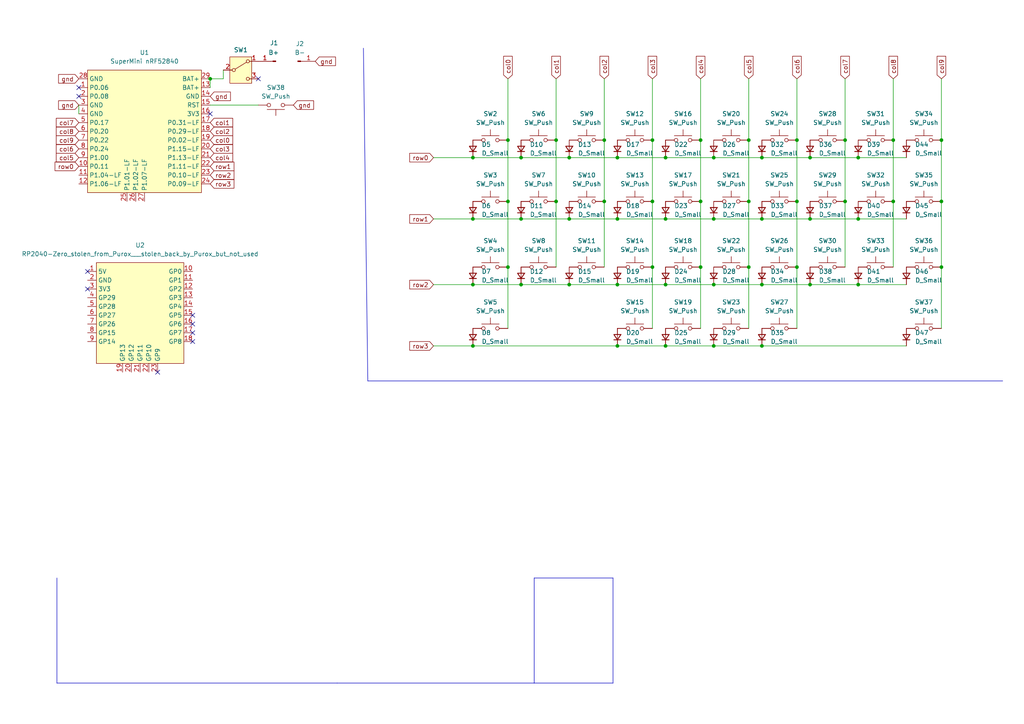
<source format=kicad_sch>
(kicad_sch (version 20250114) (generator "eeschema") (generator_version "9.0")
  (paper "A4")
  (lib_symbols
    (symbol "Connector:Conn_01x01_Pin" (pin_names (offset 1.016) (hide yes))
      (property "Reference" "J" (at 0 2.54 0))
      (property "Value" "Conn_01x01_Pin" (at 0 -2.54 0))
      (symbol "Conn_01x01_Pin_1_1"
        (rectangle (start 0.8636 0.127) (end 0 -0.127) (stroke (width 0.1524)) (fill (type outline)))
        (polyline (pts (xy 1.27 0) (xy 0.8636 0)) (stroke (width 0.1524)))
        (pin passive line (at 5.08 0 180) (length 3.81) (name "Pin_1") (number "1"))
      )
    )
    (symbol "PCM_marbastlib-promicroish:SuperMini_nRF52840" (in_bom no)
      (property "Reference" "U" (at 0 22.86 0))
      (property "Value" "SuperMini nRF52840" (at 0 20.32 0))
      (symbol "SuperMini_nRF52840_0_0"
        (pin bidirectional line (at -19.05 13.97 0) (length 2.54) (name "P0.06") (number "1"))
        (pin bidirectional line (at -19.05 11.43 0) (length 2.54) (name "P0.08") (number "2"))
        (pin power_out line (at -19.05 8.89 0) (length 2.54) (name "GND") (number "3"))
        (pin power_out line (at -19.05 6.35 0) (length 2.54) (name "GND") (number "4"))
        (pin bidirectional line (at -19.05 3.81 0) (length 2.54) (name "P0.17") (number "5"))
        (pin bidirectional line (at -19.05 1.27 0) (length 2.54) (name "P0.20") (number "6"))
        (pin bidirectional line (at -19.05 -1.27 0) (length 2.54) (name "P0.22") (number "7"))
        (pin bidirectional line (at -19.05 -3.81 0) (length 2.54) (name "P0.24") (number "8"))
        (pin bidirectional line (at -19.05 -6.35 0) (length 2.54) (name "P1.00") (number "9"))
        (pin bidirectional line (at -19.05 -8.89 0) (length 2.54) (name "P0.11") (number "10"))
        (pin bidirectional line (at -19.05 -11.43 0) (length 2.54) (name "P1.04-LF") (number "11"))
        (pin bidirectional line (at -19.05 -13.97 0) (length 2.54) (name "P1.06-LF") (number "12"))
        (pin power_out line (at 19.05 11.43 180) (length 2.54) (name "GND") (number "14"))
        (pin bidirectional line (at 19.05 8.89 180) (length 2.54) (name "RST") (number "15"))
        (pin bidirectional line (at 19.05 3.81 180) (length 2.54) (name "P0.31-LF") (number "17"))
        (pin bidirectional line (at 19.05 1.27 180) (length 2.54) (name "P0.29-LF") (number "18"))
        (pin bidirectional line (at 19.05 -1.27 180) (length 2.54) (name "P0.02-LF") (number "19"))
        (pin bidirectional line (at 19.05 -3.81 180) (length 2.54) (name "P1.15-LF") (number "20"))
        (pin bidirectional line (at 19.05 -6.35 180) (length 2.54) (name "P1.13-LF") (number "21"))
        (pin bidirectional line (at 19.05 -8.89 180) (length 2.54) (name "P1.11-LF") (number "22"))
        (pin bidirectional line (at 19.05 -13.97 180) (length 2.54) (name "P0.09-LF") (number "24"))
      )
      (symbol "SuperMini_nRF52840_1_0"
        (pin power_out line (at -19.05 16.51 0) (length 2.54) (name "GND") (number "28"))
        (pin bidirectional line (at -5.08 -19.05 90) (length 2.54) (name "P1.01-LF") (number "25"))
        (pin bidirectional line (at -2.54 -19.05 90) (length 2.54) (name "P1.02-LF") (number "26"))
        (pin bidirectional line (at 0 -19.05 90) (length 2.54) (name "P1.07-LF") (number "27"))
        (pin power_out line (at 19.05 16.51 180) (length 2.54) (name "BAT+") (number "29"))
        (pin power_out line (at 19.05 13.97 180) (length 2.54) (name "BAT+") (number "13"))
        (pin power_out line (at 19.05 6.35 180) (length 2.54) (name "3V3") (number "16"))
        (pin bidirectional line (at 19.05 -11.43 180) (length 2.54) (name "P0.10-LF") (number "23"))
      )
      (symbol "SuperMini_nRF52840_1_1"
        (rectangle (start -16.51 19.05) (end 16.51 -16.51) (fill (type background)))
      )
    )
    (symbol "Switch:SW_Push" (pin_numbers (hide yes)) (pin_names (offset 1.016) (hide yes))
      (property "Reference" "SW" (at 1.27 2.54 0))
      (property "Value" "SW_Push" (at 0 -1.524 0))
      (symbol "SW_Push_0_1"
        (circle (center -2.032 0) (radius 0.508))
        (polyline (pts (xy 0 1.27) (xy 0 3.048)))
        (circle (center 2.032 0) (radius 0.508))
        (polyline (pts (xy 2.54 1.27) (xy -2.54 1.27)))
        (pin passive line (at -5.08 0 0) (length 2.54) (name "1") (number "1"))
        (pin passive line (at 5.08 0 180) (length 2.54) (name "2") (number "2"))
      )
    )
    (symbol "Switch:SW_SPDT" (pin_names (offset 0) (hide yes))
      (property "Reference" "SW" (at 0 5.08 0))
      (property "Value" "SW_SPDT" (at 0 -5.08 0))
      (symbol "SW_SPDT_0_1"
        (circle (center -2.032 0) (radius 0.4572))
        (polyline (pts (xy -1.651 0.254) (xy 1.651 2.286)))
        (circle (center 2.032 2.54) (radius 0.4572))
        (circle (center 2.032 -2.54) (radius 0.4572))
      )
      (symbol "SW_SPDT_1_1"
        (rectangle (start -3.175 3.81) (end 3.175 -3.81) (fill (type background)))
        (pin passive line (at -5.08 0 0) (length 2.54) (name "B") (number "2"))
        (pin passive line (at 5.08 2.54 180) (length 2.54) (name "A") (number "1"))
        (pin passive line (at 5.08 -2.54 180) (length 2.54) (name "C") (number "3"))
      )
    )
    (symbol "TheEndgame2024:D_Small" (pin_numbers (hide yes)) (pin_names (offset 0.254) (hide yes))
      (property "Reference" "D28" (at 2.54 1.2701 90))
      (property "Value" "D_Small" (at 2.54 -1.2699 90))
      (symbol "D_Small_0_1"
        (polyline (pts (xy -0.762 0) (xy 0.762 0)))
        (polyline (pts (xy -0.762 -1.016) (xy -0.762 1.016)) (stroke (width 0.254)))
        (polyline (pts (xy 0.762 -1.016) (xy -0.762 0) (xy 0.762 1.016) (xy 0.762 -1.016)) (stroke (width 0.254)))
      )
      (symbol "D_Small_1_1"
        (pin passive line (at -2.54 0 0) (length 1.778) (name "K") (number "1"))
        (pin passive line (at 2.54 0 180) (length 1.778) (name "A") (number "2"))
      )
    )
    (symbol "TheEndgame2024:RP2040-Zero_stolen_from_Purox"
      (property "Reference" "U2" (at 0 12.7 0))
      (property "Value" "RP2040-Zero_stolen_from_Purox" (at 0 10.16 0))
      (symbol "RP2040-Zero_stolen_from_Purox_0_1"
        (rectangle (start -12.7 7.62) (end 12.7 -21.59) (fill (type background)))
      )
      (symbol "RP2040-Zero_stolen_from_Purox_1_1"
        (pin power_in line (at -15.24 5.08 0) (length 2.54) (name "5V") (number "1"))
        (pin power_in line (at -15.24 2.54 0) (length 2.54) (name "GND") (number "2"))
        (pin power_in line (at -15.24 0 0) (length 2.54) (name "3V3") (number "3"))
        (pin bidirectional line (at -15.24 -2.54 0) (length 2.54) (name "GP29") (number "4"))
        (pin bidirectional line (at -15.24 -5.08 0) (length 2.54) (name "GP28") (number "5"))
        (pin bidirectional line (at -15.24 -7.62 0) (length 2.54) (name "GP27") (number "6"))
        (pin bidirectional line (at -15.24 -10.16 0) (length 2.54) (name "GP26") (number "7"))
        (pin bidirectional line (at -15.24 -12.7 0) (length 2.54) (name "GP15") (number "8"))
        (pin bidirectional line (at -15.24 -15.24 0) (length 2.54) (name "GP14") (number "9"))
        (pin bidirectional line (at -5.08 -24.13 90) (length 2.54) (name "GP13") (number "19"))
        (pin bidirectional line (at -2.54 -24.13 90) (length 2.54) (name "GP12") (number "20"))
        (pin bidirectional line (at 0 -24.13 90) (length 2.54) (name "GP11") (number "21"))
        (pin bidirectional line (at 2.54 -24.13 90) (length 2.54) (name "GP10") (number "22"))
        (pin bidirectional line (at 5.08 -24.13 90) (length 2.54) (name "GP9") (number "23"))
        (pin bidirectional line (at 15.24 5.08 180) (length 2.54) (name "GP0") (number "10"))
        (pin bidirectional line (at 15.24 2.54 180) (length 2.54) (name "GP1") (number "11"))
        (pin bidirectional line (at 15.24 0 180) (length 2.54) (name "GP2") (number "12"))
        (pin bidirectional line (at 15.24 -2.54 180) (length 2.54) (name "GP3") (number "13"))
        (pin bidirectional line (at 15.24 -5.08 180) (length 2.54) (name "GP4") (number "14"))
        (pin bidirectional line (at 15.24 -7.62 180) (length 2.54) (name "GP5") (number "15"))
        (pin bidirectional line (at 15.24 -10.16 180) (length 2.54) (name "GP6") (number "16"))
        (pin bidirectional line (at 15.24 -12.7 180) (length 2.54) (name "GP7") (number "17"))
        (pin bidirectional line (at 15.24 -15.24 180) (length 2.54) (name "GP8") (number "18"))
      )
    )
    (symbol "TheEndgame2024:SW_Push" (pin_numbers (hide yes)) (pin_names (offset 1.016) (hide yes))
      (property "Reference" "SW35" (at 0 7.62 0))
      (property "Value" "SW_Push" (at 0 5.08 0))
      (symbol "SW_Push_0_1"
        (circle (center -2.032 0) (radius 0.508))
        (polyline (pts (xy 0 1.27) (xy 0 3.048)))
        (circle (center 2.032 0) (radius 0.508))
        (polyline (pts (xy 2.54 1.27) (xy -2.54 1.27)))
        (pin passive line (at -5.08 0 0) (length 2.54) (name "1") (number "1"))
        (pin passive line (at 5.08 0 180) (length 2.54) (name "2") (number "2"))
      )
    )
  )
  (junction (at 137.16 100.33))
  (junction (at 231.14 77.47))
  (junction (at 231.14 40.64))
  (junction (at 234.95 45.72))
  (junction (at 189.23 58.42))
  (junction (at 217.17 77.47))
  (junction (at 259.08 40.64))
  (junction (at 161.29 58.42))
  (junction (at 203.2 77.47))
  (junction (at 193.04 82.55))
  (junction (at 175.26 40.64))
  (junction (at 259.08 58.42))
  (junction (at 234.95 82.55))
  (junction (at 137.16 45.72))
  (junction (at 207.01 100.33))
  (junction (at 203.2 40.64))
  (junction (at 231.14 58.42))
  (junction (at 248.92 45.72))
  (junction (at 193.04 45.72))
  (junction (at 165.1 82.55))
  (junction (at 151.13 82.55))
  (junction (at 273.05 40.64))
  (junction (at 193.04 63.5))
  (junction (at 147.32 58.42))
  (junction (at 220.98 63.5))
  (junction (at 165.1 63.5))
  (junction (at 217.17 40.64))
  (junction (at 179.07 82.55))
  (junction (at 137.16 63.5))
  (junction (at 248.92 82.55))
  (junction (at 207.01 45.72))
  (junction (at 207.01 82.55))
  (junction (at 234.95 63.5))
  (junction (at 165.1 45.72))
  (junction (at 189.23 40.64))
  (junction (at 203.2 58.42))
  (junction (at 273.05 77.47))
  (junction (at 273.05 58.42))
  (junction (at 189.23 77.47))
  (junction (at 179.07 45.72))
  (junction (at 193.04 100.33))
  (junction (at 147.32 40.64))
  (junction (at 147.32 77.47))
  (junction (at 151.13 45.72))
  (junction (at 137.16 82.55))
  (junction (at 175.26 58.42))
  (junction (at 179.07 63.5))
  (junction (at 220.98 82.55))
  (junction (at 245.11 58.42))
  (junction (at 207.01 63.5))
  (junction (at 217.17 58.42))
  (junction (at 248.92 63.5))
  (junction (at 161.29 40.64))
  (junction (at 245.11 40.64))
  (junction (at 60.96 22.86))
  (junction (at 220.98 45.72))
  (junction (at 151.13 63.5))
  (junction (at 220.98 100.33))
  (junction (at 179.07 100.33))
  (no_connect (at 25.4 83.82))
  (no_connect (at 25.4 78.74))
  (no_connect (at 55.88 96.52))
  (no_connect (at 55.88 99.06))
  (no_connect (at 22.86 25.4))
  (no_connect (at 74.93 22.86))
  (no_connect (at 60.96 33.02))
  (no_connect (at 55.88 91.44))
  (no_connect (at 55.88 93.98))
  (no_connect (at 45.72 107.95))
  (no_connect (at 22.86 27.94))
  (wire (pts (xy 231.14 58.42) (xy 231.14 77.47)))
  (wire (pts (xy 147.32 77.47) (xy 147.32 95.25)))
  (wire (pts (xy 207.01 63.5) (xy 220.98 63.5)))
  (wire (pts (xy 259.08 22.86) (xy 259.08 40.64)))
  (wire (pts (xy 175.26 58.42) (xy 175.26 77.47)))
  (wire (pts (xy 248.92 82.55) (xy 262.89 82.55)))
  (wire (pts (xy 220.98 82.55) (xy 234.95 82.55)))
  (wire (pts (xy 189.23 77.47) (xy 189.23 95.25)))
  (wire (pts (xy 151.13 45.72) (xy 165.1 45.72)))
  (wire (pts (xy 234.95 45.72) (xy 248.92 45.72)))
  (wire (pts (xy 125.73 63.5) (xy 137.16 63.5)))
  (wire (pts (xy 147.32 58.42) (xy 147.32 77.47)))
  (wire (pts (xy 137.16 63.5) (xy 151.13 63.5)))
  (wire (pts (xy 273.05 40.64) (xy 273.05 58.42)))
  (wire (pts (xy 125.73 45.72) (xy 137.16 45.72)))
  (wire (pts (xy 203.2 58.42) (xy 203.2 77.47)))
  (wire (pts (xy 220.98 45.72) (xy 234.95 45.72)))
  (polyline (pts (xy 97.79 198.12) (xy 16.51 198.12)))
  (wire (pts (xy 207.01 100.33) (xy 220.98 100.33)))
  (wire (pts (xy 161.29 58.42) (xy 161.29 77.47)))
  (wire (pts (xy 231.14 40.64) (xy 231.14 58.42)))
  (wire (pts (xy 189.23 58.42) (xy 189.23 77.47)))
  (wire (pts (xy 60.96 22.86) (xy 60.96 25.4)))
  (wire (pts (xy 259.08 58.42) (xy 259.08 77.47)))
  (wire (pts (xy 64.77 20.32) (xy 64.77 22.86)))
  (polyline (pts (xy 154.94 198.12) (xy 177.8 198.12)))
  (wire (pts (xy 234.95 63.5) (xy 248.92 63.5)))
  (wire (pts (xy 179.07 63.5) (xy 193.04 63.5)))
  (wire (pts (xy 179.07 82.55) (xy 193.04 82.55)))
  (wire (pts (xy 137.16 82.55) (xy 151.13 82.55)))
  (wire (pts (xy 179.07 100.33) (xy 193.04 100.33)))
  (wire (pts (xy 220.98 63.5) (xy 234.95 63.5)))
  (wire (pts (xy 273.05 22.86) (xy 273.05 40.64)))
  (wire (pts (xy 220.98 100.33) (xy 262.89 100.33)))
  (wire (pts (xy 193.04 100.33) (xy 207.01 100.33)))
  (wire (pts (xy 165.1 45.72) (xy 179.07 45.72)))
  (wire (pts (xy 161.29 22.86) (xy 161.29 40.64)))
  (wire (pts (xy 207.01 45.72) (xy 220.98 45.72)))
  (wire (pts (xy 245.11 22.86) (xy 245.11 40.64)))
  (wire (pts (xy 137.16 100.33) (xy 179.07 100.33)))
  (wire (pts (xy 207.01 82.55) (xy 220.98 82.55)))
  (wire (pts (xy 217.17 58.42) (xy 217.17 77.47)))
  (wire (pts (xy 175.26 40.64) (xy 175.26 58.42)))
  (wire (pts (xy 217.17 77.47) (xy 217.17 95.25)))
  (wire (pts (xy 161.29 40.64) (xy 161.29 58.42)))
  (wire (pts (xy 245.11 40.64) (xy 245.11 58.42)))
  (wire (pts (xy 165.1 82.55) (xy 179.07 82.55)))
  (wire (pts (xy 125.73 100.33) (xy 137.16 100.33)))
  (wire (pts (xy 193.04 45.72) (xy 207.01 45.72)))
  (wire (pts (xy 147.32 22.86) (xy 147.32 40.64)))
  (polyline (pts (xy 106.68 110.49) (xy 290.83 110.49)))
  (polyline (pts (xy 105.41 13.97) (xy 106.68 110.49)))
  (wire (pts (xy 217.17 22.86) (xy 217.17 40.64)))
  (wire (pts (xy 273.05 77.47) (xy 273.05 95.25)))
  (wire (pts (xy 137.16 45.72) (xy 151.13 45.72)))
  (wire (pts (xy 151.13 63.5) (xy 165.1 63.5)))
  (wire (pts (xy 175.26 22.86) (xy 175.26 40.64)))
  (polyline (pts (xy 177.8 198.12) (xy 177.8 167.64)))
  (wire (pts (xy 22.86 30.48) (xy 22.86 33.02)))
  (wire (pts (xy 245.11 58.42) (xy 245.11 77.47)))
  (wire (pts (xy 248.92 45.72) (xy 262.89 45.72)))
  (wire (pts (xy 203.2 77.47) (xy 203.2 95.25)))
  (wire (pts (xy 234.95 82.55) (xy 248.92 82.55)))
  (polyline (pts (xy 154.94 198.12) (xy 154.94 167.64)))
  (wire (pts (xy 165.1 63.5) (xy 179.07 63.5)))
  (polyline (pts (xy 177.8 167.64) (xy 154.94 167.64)))
  (wire (pts (xy 193.04 63.5) (xy 207.01 63.5)))
  (wire (pts (xy 231.14 22.86) (xy 231.14 40.64)))
  (polyline (pts (xy 16.51 198.12) (xy 16.51 167.64)))
  (wire (pts (xy 151.13 82.55) (xy 165.1 82.55)))
  (wire (pts (xy 179.07 45.72) (xy 193.04 45.72)))
  (wire (pts (xy 147.32 40.64) (xy 147.32 58.42)))
  (wire (pts (xy 259.08 40.64) (xy 259.08 58.42)))
  (wire (pts (xy 125.73 82.55) (xy 137.16 82.55)))
  (wire (pts (xy 203.2 22.86) (xy 203.2 40.64)))
  (wire (pts (xy 193.04 82.55) (xy 207.01 82.55)))
  (wire (pts (xy 231.14 77.47) (xy 231.14 95.25)))
  (wire (pts (xy 248.92 63.5) (xy 262.89 63.5)))
  (wire (pts (xy 217.17 40.64) (xy 217.17 58.42)))
  (wire (pts (xy 189.23 22.86) (xy 189.23 40.64)))
  (wire (pts (xy 60.96 30.48) (xy 74.93 30.48)))
  (wire (pts (xy 273.05 58.42) (xy 273.05 77.47)))
  (wire (pts (xy 203.2 40.64) (xy 203.2 58.42)))
  (polyline (pts (xy 97.79 198.12) (xy 154.94 198.12)))
  (wire (pts (xy 60.96 22.86) (xy 64.77 22.86)))
  (wire (pts (xy 189.23 40.64) (xy 189.23 58.42)))
  (global_label "gnd" (shape input) (at 85.09 30.48 0) (property "Intersheetrefs" "${INTERSHEET_REFS}" (effects (hide yes))))
  (global_label "row0" (shape input) (at 22.86 48.26 180) (property "Intersheetrefs" "${INTERSHEET_REFS}" (effects (hide yes))))
  (global_label "col2" (shape input) (at 60.96 38.1 0) (property "Intersheetrefs" "${INTERSHEET_REFS}" (effects (hide yes))))
  (global_label "col0" (shape input) (at 147.32 22.86 90) (property "Intersheetrefs" "${INTERSHEET_REFS}" (effects (hide yes))))
  (global_label "col6" (shape input) (at 231.14 22.86 90) (property "Intersheetrefs" "${INTERSHEET_REFS}" (effects (hide yes))))
  (global_label "col8" (shape input) (at 22.86 38.1 180) (property "Intersheetrefs" "${INTERSHEET_REFS}" (effects (hide yes))))
  (global_label "gnd" (shape input) (at 22.86 30.48 180) (property "Intersheetrefs" "${INTERSHEET_REFS}" (effects (hide yes))))
  (global_label "row3" (shape input) (at 60.96 53.34 0) (property "Intersheetrefs" "${INTERSHEET_REFS}" (effects (hide yes))))
  (global_label "col5" (shape input) (at 22.86 45.72 180) (property "Intersheetrefs" "${INTERSHEET_REFS}" (effects (hide yes))))
  (global_label "col2" (shape input) (at 175.26 22.86 90) (property "Intersheetrefs" "${INTERSHEET_REFS}" (effects (hide yes))))
  (global_label "row1" (shape input) (at 125.73 63.5 180) (property "Intersheetrefs" "${INTERSHEET_REFS}" (effects (hide yes))))
  (global_label "row3" (shape input) (at 125.73 100.33 180) (property "Intersheetrefs" "${INTERSHEET_REFS}" (effects (hide yes))))
  (global_label "row0" (shape input) (at 125.73 45.72 180) (property "Intersheetrefs" "${INTERSHEET_REFS}" (effects (hide yes))))
  (global_label "col6" (shape input) (at 22.86 43.18 180) (property "Intersheetrefs" "${INTERSHEET_REFS}" (effects (hide yes))))
  (global_label "col9" (shape input) (at 22.86 40.64 180) (property "Intersheetrefs" "${INTERSHEET_REFS}" (effects (hide yes))))
  (global_label "col8" (shape input) (at 259.08 22.86 90) (property "Intersheetrefs" "${INTERSHEET_REFS}" (effects (hide yes))))
  (global_label "row1" (shape input) (at 60.96 48.26 0) (property "Intersheetrefs" "${INTERSHEET_REFS}" (effects (hide yes))))
  (global_label "row2" (shape input) (at 125.73 82.55 180) (property "Intersheetrefs" "${INTERSHEET_REFS}" (effects (hide yes))))
  (global_label "col3" (shape input) (at 189.23 22.86 90) (property "Intersheetrefs" "${INTERSHEET_REFS}" (effects (hide yes))))
  (global_label "col4" (shape input) (at 60.96 45.72 0) (property "Intersheetrefs" "${INTERSHEET_REFS}" (effects (hide yes))))
  (global_label "col7" (shape input) (at 22.86 35.56 180) (property "Intersheetrefs" "${INTERSHEET_REFS}" (effects (hide yes))))
  (global_label "col5" (shape input) (at 217.17 22.86 90) (property "Intersheetrefs" "${INTERSHEET_REFS}" (effects (hide yes))))
  (global_label "col0" (shape input) (at 60.96 40.64 0) (property "Intersheetrefs" "${INTERSHEET_REFS}" (effects (hide yes))))
  (global_label "gnd" (shape input) (at 60.96 27.94 0) (property "Intersheetrefs" "${INTERSHEET_REFS}" (effects (hide yes))))
  (global_label "col3" (shape input) (at 60.96 43.18 0) (property "Intersheetrefs" "${INTERSHEET_REFS}" (effects (hide yes))))
  (global_label "col4" (shape input) (at 203.2 22.86 90) (property "Intersheetrefs" "${INTERSHEET_REFS}" (effects (hide yes))))
  (global_label "row2" (shape input) (at 60.96 50.8 0) (property "Intersheetrefs" "${INTERSHEET_REFS}" (effects (hide yes))))
  (global_label "col7" (shape input) (at 245.11 22.86 90) (property "Intersheetrefs" "${INTERSHEET_REFS}" (effects (hide yes))))
  (global_label "col1" (shape input) (at 60.96 35.56 0) (property "Intersheetrefs" "${INTERSHEET_REFS}" (effects (hide yes))))
  (global_label "gnd" (shape input) (at 91.44 17.78 0) (property "Intersheetrefs" "${INTERSHEET_REFS}" (effects (hide yes))))
  (global_label "col9" (shape input) (at 273.05 22.86 90) (property "Intersheetrefs" "${INTERSHEET_REFS}" (effects (hide yes))))
  (global_label "gnd" (shape input) (at 22.86 22.86 180) (property "Intersheetrefs" "${INTERSHEET_REFS}" (effects (hide yes))))
  (global_label "col1" (shape input) (at 161.29 22.86 90) (property "Intersheetrefs" "${INTERSHEET_REFS}" (effects (hide yes))))
  (symbol (lib_id "TheEndgame2024:SW_Push") (at 156.21 40.64 0) (unit 1)
    (property "Reference" "SW6" (at 156.21 33.02 0))
    (property "Value" "SW_Push" (at 156.21 35.56 0))
    (property "Footprint" "TheEndgame2024:Cherry_ULP_TH_CUT_3D" (effects (hide yes)))
  )
  (symbol (lib_id "TheEndgame2024:SW_Push") (at 142.24 95.25 0) (unit 1)
    (property "Reference" "SW5" (at 142.24 87.63 0))
    (property "Value" "SW_Push" (at 142.24 90.17 0))
    (property "Footprint" "TheEndgame2024:Cherry_ULP_TH_CUT_3D" (effects (hide yes)))
  )
  (symbol (lib_id "TheEndgame2024:SW_Push") (at 226.06 40.64 0) (unit 1)
    (property "Reference" "SW24" (at 226.06 33.02 0))
    (property "Value" "SW_Push" (at 226.06 35.56 0))
    (property "Footprint" "TheEndgame2024:Cherry_ULP_TH_CUT_3D" (effects (hide yes)))
  )
  (symbol (lib_id "TheEndgame2024:D_Small") (at 151.13 60.96 90) (unit 1)
    (property "Reference" "D11" (at 153.67 59.6899 90) (effects (justify right)))
    (property "Value" "D_Small" (at 153.67 62.2299 90) (effects (justify right)))
    (property "Footprint" "TheEndgame2024:Diode_SOD123_3D" (effects (hide yes)))
  )
  (symbol (lib_id "TheEndgame2024:SW_Push") (at 184.15 77.47 0) (unit 1)
    (property "Reference" "SW14" (at 184.15 69.85 0))
    (property "Value" "SW_Push" (at 184.15 72.39 0))
    (property "Footprint" "TheEndgame2024:Cherry_ULP_TH_CUT_3D" (effects (hide yes)))
  )
  (symbol (lib_id "TheEndgame2024:D_Small") (at 220.98 43.18 90) (unit 1)
    (property "Reference" "D32" (at 223.52 41.9099 90) (effects (justify right)))
    (property "Value" "D_Small" (at 223.52 44.4499 90) (effects (justify right)))
    (property "Footprint" "TheEndgame2024:Diode_SOD123_3D" (effects (hide yes)))
  )
  (symbol (lib_id "TheEndgame2024:D_Small") (at 151.13 80.01 90) (unit 1)
    (property "Reference" "D12" (at 153.67 78.7399 90) (effects (justify right)))
    (property "Value" "D_Small" (at 153.67 81.2799 90) (effects (justify right)))
    (property "Footprint" "TheEndgame2024:Diode_SOD123_3D" (effects (hide yes)))
  )
  (symbol (lib_id "TheEndgame2024:D_Small") (at 248.92 43.18 90) (unit 1)
    (property "Reference" "D39" (at 251.46 41.9099 90) (effects (justify right)))
    (property "Value" "D_Small" (at 251.46 44.4499 90) (effects (justify right)))
    (property "Footprint" "TheEndgame2024:Diode_SOD123_3D" (effects (hide yes)))
  )
  (symbol (lib_id "TheEndgame2024:SW_Push") (at 198.12 77.47 0) (unit 1)
    (property "Reference" "SW18" (at 198.12 69.85 0))
    (property "Value" "SW_Push" (at 198.12 72.39 0))
    (property "Footprint" "TheEndgame2024:Cherry_ULP_TH_CUT_3D" (effects (hide yes)))
  )
  (symbol (lib_id "TheEndgame2024:D_Small") (at 234.95 43.18 90) (unit 1)
    (property "Reference" "D36" (at 237.49 41.9099 90) (effects (justify right)))
    (property "Value" "D_Small" (at 237.49 44.4499 90) (effects (justify right)))
    (property "Footprint" "TheEndgame2024:Diode_SOD123_3D" (effects (hide yes)))
  )
  (symbol (lib_id "TheEndgame2024:SW_Push") (at 156.21 58.42 0) (unit 1)
    (property "Reference" "SW7" (at 156.21 50.8 0))
    (property "Value" "SW_Push" (at 156.21 53.34 0))
    (property "Footprint" "TheEndgame2024:Cherry_ULP_TH_CUT_3D" (effects (hide yes)))
  )
  (symbol (lib_id "TheEndgame2024:SW_Push") (at 198.12 40.64 0) (unit 1)
    (property "Reference" "SW16" (at 198.12 33.02 0))
    (property "Value" "SW_Push" (at 198.12 35.56 0))
    (property "Footprint" "TheEndgame2024:Cherry_ULP_TH_CUT_3D" (effects (hide yes)))
  )
  (symbol (lib_id "TheEndgame2024:SW_Push") (at 170.18 58.42 0) (unit 1)
    (property "Reference" "SW10" (at 170.18 50.8 0))
    (property "Value" "SW_Push" (at 170.18 53.34 0))
    (property "Footprint" "TheEndgame2024:Cherry_ULP_TH_CUT_3D" (effects (hide yes)))
  )
  (symbol (lib_id "TheEndgame2024:D_Small") (at 165.1 60.96 90) (unit 1)
    (property "Reference" "D14" (at 167.64 59.6899 90) (effects (justify right)))
    (property "Value" "D_Small" (at 167.64 62.2299 90) (effects (justify right)))
    (property "Footprint" "TheEndgame2024:Diode_SOD123_3D" (effects (hide yes)))
  )
  (symbol (lib_id "TheEndgame2024:SW_Push") (at 254 40.64 0) (unit 1)
    (property "Reference" "SW31" (at 254 33.02 0))
    (property "Value" "SW_Push" (at 254 35.56 0))
    (property "Footprint" "TheEndgame2024:Cherry_ULP_TH_CUT_3D" (effects (hide yes)))
  )
  (symbol (lib_id "TheEndgame2024:SW_Push") (at 198.12 95.25 0) (unit 1)
    (property "Reference" "SW19" (at 198.12 87.63 0))
    (property "Value" "SW_Push" (at 198.12 90.17 0))
    (property "Footprint" "TheEndgame2024:Cherry_ULP_TH_CUT_3D" (effects (hide yes)))
  )
  (symbol (lib_id "TheEndgame2024:D_Small") (at 193.04 43.18 90) (unit 1)
    (property "Reference" "D22" (at 195.58 41.9099 90) (effects (justify right)))
    (property "Value" "D_Small" (at 195.58 44.4499 90) (effects (justify right)))
    (property "Footprint" "TheEndgame2024:Diode_SOD123_3D" (effects (hide yes)))
  )
  (symbol (lib_id "TheEndgame2024:SW_Push") (at 184.15 95.25 0) (unit 1)
    (property "Reference" "SW15" (at 184.15 87.63 0))
    (property "Value" "SW_Push" (at 184.15 90.17 0))
    (property "Footprint" "TheEndgame2024:Cherry_ULP_TH_CUT_3D" (effects (hide yes)))
  )
  (symbol (lib_id "PCM_marbastlib-promicroish:SuperMini_nRF52840") (at 41.91 39.37 0) (unit 1) (in_bom no)
    (property "Reference" "U1" (at 41.91 15.24 0))
    (property "Value" "SuperMini nRF52840" (at 41.91 17.78 0))
    (property "Footprint" "TheEndgame2024:SuperMini_nRF52840_AH_USBup_3D" (effects (hide yes)))
    (property "Datasheet" "https://wiki.icbbuy.com/doku.php?id=developmentboard:nrf52840" (effects (hide yes)))
    (property "Description" "Symbol for an nicekeyboards nice!nano" (effects (hide yes)))
  )
  (symbol (lib_id "TheEndgame2024:D_Small") (at 193.04 97.79 90) (unit 1)
    (property "Reference" "D25" (at 195.58 96.5199 90) (effects (justify right)))
    (property "Value" "D_Small" (at 195.58 99.0599 90) (effects (justify right)))
    (property "Footprint" "TheEndgame2024:Diode_SOD123_3D" (effects (hide yes)))
  )
  (symbol (lib_id "TheEndgame2024:SW_Push") (at 254 77.47 0) (unit 1)
    (property "Reference" "SW33" (at 254 69.85 0))
    (property "Value" "SW_Push" (at 254 72.39 0))
    (property "Footprint" "TheEndgame2024:Cherry_ULP_TH_CUT_3D" (effects (hide yes)))
  )
  (symbol (lib_id "TheEndgame2024:D_Small") (at 248.92 60.96 90) (unit 1)
    (property "Reference" "D40" (at 251.46 59.6899 90) (effects (justify right)))
    (property "Value" "D_Small" (at 251.46 62.2299 90) (effects (justify right)))
    (property "Footprint" "TheEndgame2024:Diode_SOD123_3D" (effects (hide yes)))
  )
  (symbol (lib_id "TheEndgame2024:D_Small") (at 137.16 97.79 90) (unit 1)
    (property "Reference" "D8" (at 139.7 96.5199 90) (effects (justify right)))
    (property "Value" "D_Small" (at 139.7 99.0599 90) (effects (justify right)))
    (property "Footprint" "TheEndgame2024:Diode_SOD123_3D" (effects (hide yes)))
  )
  (symbol (lib_id "TheEndgame2024:D_Small") (at 179.07 97.79 90) (unit 1)
    (property "Reference" "D20" (at 181.61 96.5199 90) (effects (justify right)))
    (property "Value" "D_Small" (at 181.61 99.0599 90) (effects (justify right)))
    (property "Footprint" "TheEndgame2024:Diode_SOD123_3D" (effects (hide yes)))
  )
  (symbol (lib_id "TheEndgame2024:D_Small") (at 220.98 60.96 90) (unit 1)
    (property "Reference" "D33" (at 223.52 59.6899 90) (effects (justify right)))
    (property "Value" "D_Small" (at 223.52 62.2299 90) (effects (justify right)))
    (property "Footprint" "TheEndgame2024:Diode_SOD123_3D" (effects (hide yes)))
  )
  (symbol (lib_id "TheEndgame2024:D_Small") (at 165.1 80.01 90) (unit 1)
    (property "Reference" "D15" (at 167.64 78.7399 90) (effects (justify right)))
    (property "Value" "D_Small" (at 167.64 81.2799 90) (effects (justify right)))
    (property "Footprint" "TheEndgame2024:Diode_SOD123_3D" (effects (hide yes)))
  )
  (symbol (lib_id "TheEndgame2024:SW_Push") (at 170.18 77.47 0) (unit 1)
    (property "Reference" "SW11" (at 170.18 69.85 0))
    (property "Value" "SW_Push" (at 170.18 72.39 0))
    (property "Footprint" "TheEndgame2024:Cherry_ULP_TH_CUT_3D" (effects (hide yes)))
  )
  (symbol (lib_id "TheEndgame2024:D_Small") (at 248.92 80.01 90) (unit 1)
    (property "Reference" "D41" (at 251.46 78.7399 90) (effects (justify right)))
    (property "Value" "D_Small" (at 251.46 81.2799 90) (effects (justify right)))
    (property "Footprint" "TheEndgame2024:Diode_SOD123_3D" (effects (hide yes)))
  )
  (symbol (lib_id "TheEndgame2024:SW_Push") (at 240.03 40.64 0) (unit 1)
    (property "Reference" "SW28" (at 240.03 33.02 0))
    (property "Value" "SW_Push" (at 240.03 35.56 0))
    (property "Footprint" "TheEndgame2024:Cherry_ULP_TH_CUT_3D" (effects (hide yes)))
  )
  (symbol (lib_id "Connector:Conn_01x01_Pin") (at 80.01 17.78 180) (unit 1)
    (property "Reference" "J1" (at 79.502 12.446 0))
    (property "Value" "B+" (at 79.375 15.24 0))
    (property "Footprint" "Connector_Wire:SolderWirePad_1x01_SMD_1x2mm" (effects (hide yes)))
    (property "Description" "Generic connector, single row, 01x01, script generated" (effects (hide yes)))
  )
  (symbol (lib_id "Switch:SW_Push") (at 80.01 30.48 180) (unit 1)
    (property "Reference" "SW38" (at 80.01 25.4 0))
    (property "Value" "SW_Push" (at 80.01 27.94 0))
    (property "Footprint" "PCM_marbastlib-various:SW_SPST_SKQG_WithStem" (effects (hide yes)))
    (property "Description" "Push button switch, generic, two pins" (effects (hide yes)))
  )
  (symbol (lib_id "TheEndgame2024:SW_Push") (at 184.15 40.64 0) (unit 1)
    (property "Reference" "SW12" (at 184.15 33.02 0))
    (property "Value" "SW_Push" (at 184.15 35.56 0))
    (property "Footprint" "TheEndgame2024:Cherry_ULP_TH_CUT_3D" (effects (hide yes)))
  )
  (symbol (lib_id "TheEndgame2024:D_Small") (at 193.04 60.96 90) (unit 1)
    (property "Reference" "D23" (at 195.58 59.6899 90) (effects (justify right)))
    (property "Value" "D_Small" (at 195.58 62.2299 90) (effects (justify right)))
    (property "Footprint" "TheEndgame2024:Diode_SOD123_3D" (effects (hide yes)))
  )
  (symbol (lib_id "TheEndgame2024:SW_Push") (at 142.24 40.64 0) (unit 1)
    (property "Reference" "SW2" (at 142.24 33.02 0))
    (property "Value" "SW_Push" (at 142.24 35.56 0))
    (property "Footprint" "TheEndgame2024:Cherry_ULP_TH_CUT_3D" (effects (hide yes)))
  )
  (symbol (lib_id "TheEndgame2024:D_Small") (at 137.16 60.96 90) (unit 1)
    (property "Reference" "D6" (at 139.7 59.6899 90) (effects (justify right)))
    (property "Value" "D_Small" (at 139.7 62.2299 90) (effects (justify right)))
    (property "Footprint" "TheEndgame2024:Diode_SOD123_3D" (effects (hide yes)))
  )
  (symbol (lib_id "TheEndgame2024:SW_Push") (at 212.09 95.25 0) (unit 1)
    (property "Reference" "SW23" (at 212.09 87.63 0))
    (property "Value" "SW_Push" (at 212.09 90.17 0))
    (property "Footprint" "TheEndgame2024:Cherry_ULP_TH_CUT_3D" (effects (hide yes)))
  )
  (symbol (lib_id "TheEndgame2024:SW_Push") (at 212.09 58.42 0) (unit 1)
    (property "Reference" "SW21" (at 212.09 50.8 0))
    (property "Value" "SW_Push" (at 212.09 53.34 0))
    (property "Footprint" "TheEndgame2024:Cherry_ULP_TH_CUT_3D" (effects (hide yes)))
  )
  (symbol (lib_id "TheEndgame2024:D_Small") (at 262.89 43.18 90) (unit 1)
    (property "Reference" "D44" (at 265.43 41.9099 90) (effects (justify right)))
    (property "Value" "D_Small" (at 265.43 44.4499 90) (effects (justify right)))
    (property "Footprint" "TheEndgame2024:Diode_SOD123_3D" (effects (hide yes)))
  )
  (symbol (lib_id "TheEndgame2024:SW_Push") (at 240.03 77.47 0) (unit 1)
    (property "Reference" "SW30" (at 240.03 69.85 0))
    (property "Value" "SW_Push" (at 240.03 72.39 0))
    (property "Footprint" "TheEndgame2024:Cherry_ULP_TH_CUT_3D" (effects (hide yes)))
  )
  (symbol (lib_id "TheEndgame2024:D_Small") (at 137.16 80.01 90) (unit 1)
    (property "Reference" "D7" (at 139.7 78.7399 90) (effects (justify right)))
    (property "Value" "D_Small" (at 139.7 81.2799 90) (effects (justify right)))
    (property "Footprint" "TheEndgame2024:Diode_SOD123_3D" (effects (hide yes)))
  )
  (symbol (lib_id "TheEndgame2024:SW_Push") (at 267.97 95.25 0) (unit 1)
    (property "Reference" "SW37" (at 267.97 87.63 0))
    (property "Value" "SW_Push" (at 267.97 90.17 0))
    (property "Footprint" "TheEndgame2024:Cherry_ULP_TH_CUT_3D" (effects (hide yes)))
  )
  (symbol (lib_id "TheEndgame2024:D_Small") (at 207.01 97.79 90) (unit 1)
    (property "Reference" "D29" (at 209.55 96.5199 90) (effects (justify right)))
    (property "Value" "D_Small" (at 209.55 99.0599 90) (effects (justify right)))
    (property "Footprint" "TheEndgame2024:Diode_SOD123_3D" (effects (hide yes)))
  )
  (symbol (lib_id "TheEndgame2024:SW_Push") (at 198.12 58.42 0) (unit 1)
    (property "Reference" "SW17" (at 198.12 50.8 0))
    (property "Value" "SW_Push" (at 198.12 53.34 0))
    (property "Footprint" "TheEndgame2024:Cherry_ULP_TH_CUT_3D" (effects (hide yes)))
  )
  (symbol (lib_id "TheEndgame2024:SW_Push") (at 184.15 58.42 0) (unit 1)
    (property "Reference" "SW13" (at 184.15 50.8 0))
    (property "Value" "SW_Push" (at 184.15 53.34 0))
    (property "Footprint" "TheEndgame2024:Cherry_ULP_TH_CUT_3D" (effects (hide yes)))
  )
  (symbol (lib_id "TheEndgame2024:D_Small") (at 207.01 80.01 90) (unit 1)
    (property "Reference" "D28" (at 209.55 78.7399 90) (effects (justify right)))
    (property "Value" "D_Small" (at 209.55 81.2799 90) (effects (justify right)))
    (property "Footprint" "TheEndgame2024:Diode_SOD123_3D" (effects (hide yes)))
  )
  (symbol (lib_id "TheEndgame2024:D_Small") (at 193.04 80.01 90) (unit 1)
    (property "Reference" "D24" (at 195.58 78.7399 90) (effects (justify right)))
    (property "Value" "D_Small" (at 195.58 81.2799 90) (effects (justify right)))
    (property "Footprint" "TheEndgame2024:Diode_SOD123_3D" (effects (hide yes)))
  )
  (symbol (lib_id "TheEndgame2024:RP2040-Zero_stolen_from_Purox") (at 40.64 83.82 0) (unit 1)
    (property "Reference" "U2" (at 40.64 71.12 0))
    (property "Value" "RP2040-Zero_stolen_from_Purox___stolen_back_by_Purox_but_not_used" (at 40.64 73.66 0))
    (property "Footprint" "TheEndgame2024:RP2040 Zero stolen from Purox bottom facing up 3d model v3" (effects (hide yes)))
  )
  (symbol (lib_id "TheEndgame2024:D_Small") (at 220.98 80.01 90) (unit 1)
    (property "Reference" "D34" (at 223.52 78.7399 90) (effects (justify right)))
    (property "Value" "D_Small" (at 223.52 81.2799 90) (effects (justify right)))
    (property "Footprint" "TheEndgame2024:Diode_SOD123_3D" (effects (hide yes)))
  )
  (symbol (lib_id "TheEndgame2024:SW_Push") (at 226.06 77.47 0) (unit 1)
    (property "Reference" "SW26" (at 226.06 69.85 0))
    (property "Value" "SW_Push" (at 226.06 72.39 0))
    (property "Footprint" "TheEndgame2024:Cherry_ULP_TH_CUT_3D" (effects (hide yes)))
  )
  (symbol (lib_id "TheEndgame2024:D_Small") (at 207.01 60.96 90) (unit 1)
    (property "Reference" "D27" (at 209.55 59.6899 90) (effects (justify right)))
    (property "Value" "D_Small" (at 209.55 62.2299 90) (effects (justify right)))
    (property "Footprint" "TheEndgame2024:Diode_SOD123_3D" (effects (hide yes)))
  )
  (symbol (lib_id "TheEndgame2024:D_Small") (at 137.16 43.18 90) (unit 1)
    (property "Reference" "D5" (at 139.7 41.9099 90) (effects (justify right)))
    (property "Value" "D_Small" (at 139.7 44.4499 90) (effects (justify right)))
    (property "Footprint" "TheEndgame2024:Diode_SOD123_3D" (effects (hide yes)))
  )
  (symbol (lib_id "TheEndgame2024:D_Small") (at 262.89 80.01 90) (unit 1)
    (property "Reference" "D46" (at 265.43 78.7399 90) (effects (justify right)))
    (property "Value" "D_Small" (at 265.43 81.2799 90) (effects (justify right)))
    (property "Footprint" "TheEndgame2024:Diode_SOD123_3D" (effects (hide yes)))
  )
  (symbol (lib_id "TheEndgame2024:D_Small") (at 220.98 97.79 90) (unit 1)
    (property "Reference" "D35" (at 223.52 96.5199 90) (effects (justify right)))
    (property "Value" "D_Small" (at 223.52 99.0599 90) (effects (justify right)))
    (property "Footprint" "TheEndgame2024:Diode_SOD123_3D" (effects (hide yes)))
  )
  (symbol (lib_id "TheEndgame2024:D_Small") (at 151.13 43.18 90) (unit 1)
    (property "Reference" "D10" (at 153.67 41.9099 90) (effects (justify right)))
    (property "Value" "D_Small" (at 153.67 44.4499 90) (effects (justify right)))
    (property "Footprint" "TheEndgame2024:Diode_SOD123_3D" (effects (hide yes)))
  )
  (symbol (lib_id "TheEndgame2024:SW_Push") (at 240.03 58.42 0) (unit 1)
    (property "Reference" "SW29" (at 240.03 50.8 0))
    (property "Value" "SW_Push" (at 240.03 53.34 0))
    (property "Footprint" "TheEndgame2024:Cherry_ULP_TH_CUT_3D" (effects (hide yes)))
  )
  (symbol (lib_id "TheEndgame2024:SW_Push") (at 156.21 77.47 0) (unit 1)
    (property "Reference" "SW8" (at 156.21 69.85 0))
    (property "Value" "SW_Push" (at 156.21 72.39 0))
    (property "Footprint" "TheEndgame2024:Cherry_ULP_TH_CUT_3D" (effects (hide yes)))
  )
  (symbol (lib_id "TheEndgame2024:D_Small") (at 207.01 43.18 90) (unit 1)
    (property "Reference" "D26" (at 209.55 41.9099 90) (effects (justify right)))
    (property "Value" "D_Small" (at 209.55 44.4499 90) (effects (justify right)))
    (property "Footprint" "TheEndgame2024:Diode_SOD123_3D" (effects (hide yes)))
  )
  (symbol (lib_id "TheEndgame2024:SW_Push") (at 267.97 77.47 0) (unit 1)
    (property "Reference" "SW36" (at 267.97 69.85 0))
    (property "Value" "SW_Push" (at 267.97 72.39 0))
    (property "Footprint" "TheEndgame2024:Cherry_ULP_TH_CUT_3D" (effects (hide yes)))
  )
  (symbol (lib_id "TheEndgame2024:SW_Push") (at 212.09 40.64 0) (unit 1)
    (property "Reference" "SW20" (at 212.09 33.02 0))
    (property "Value" "SW_Push" (at 212.09 35.56 0))
    (property "Footprint" "TheEndgame2024:Cherry_ULP_TH_CUT_3D" (effects (hide yes)))
  )
  (symbol (lib_id "TheEndgame2024:D_Small") (at 234.95 60.96 90) (unit 1)
    (property "Reference" "D37" (at 237.49 59.6899 90) (effects (justify right)))
    (property "Value" "D_Small" (at 237.49 62.2299 90) (effects (justify right)))
    (property "Footprint" "TheEndgame2024:Diode_SOD123_3D" (effects (hide yes)))
  )
  (symbol (lib_id "TheEndgame2024:SW_Push") (at 254 58.42 0) (unit 1)
    (property "Reference" "SW32" (at 254 50.8 0))
    (property "Value" "SW_Push" (at 254 53.34 0))
    (property "Footprint" "TheEndgame2024:Cherry_ULP_TH_CUT_3D" (effects (hide yes)))
  )
  (symbol (lib_id "TheEndgame2024:D_Small") (at 234.95 80.01 90) (unit 1)
    (property "Reference" "D38" (at 237.49 78.7399 90) (effects (justify right)))
    (property "Value" "D_Small" (at 237.49 81.2799 90) (effects (justify right)))
    (property "Footprint" "TheEndgame2024:Diode_SOD123_3D" (effects (hide yes)))
  )
  (symbol (lib_id "Switch:SW_SPDT") (at 69.85 20.32 0) (unit 1)
    (property "Reference" "SW1" (at 69.85 14.478 0))
    (property "Value" "SW_SPDT" (effects (hide yes)))
    (property "Footprint" "Button_Switch_SMD:SW_SPDT_PCM12" (effects (hide yes)))
    (property "Description" "Switch, single pole double throw" (effects (hide yes)))
  )
  (symbol (lib_id "TheEndgame2024:SW_Push") (at 212.09 77.47 0) (unit 1)
    (property "Reference" "SW22" (at 212.09 69.85 0))
    (property "Value" "SW_Push" (at 212.09 72.39 0))
    (property "Footprint" "TheEndgame2024:Cherry_ULP_TH_CUT_3D" (effects (hide yes)))
  )
  (symbol (lib_id "TheEndgame2024:D_Small") (at 262.89 60.96 90) (unit 1)
    (property "Reference" "D45" (at 265.43 59.6899 90) (effects (justify right)))
    (property "Value" "D_Small" (at 265.43 62.2299 90) (effects (justify right)))
    (property "Footprint" "TheEndgame2024:Diode_SOD123_3D" (effects (hide yes)))
  )
  (symbol (lib_id "Connector:Conn_01x01_Pin") (at 86.36 17.78 0) (unit 1)
    (property "Reference" "J2" (at 86.995 12.7 0))
    (property "Value" "B-" (at 86.995 15.24 0))
    (property "Footprint" "Connector_Wire:SolderWirePad_1x01_SMD_1x2mm" (effects (hide yes)))
    (property "Description" "Generic connector, single row, 01x01, script generated" (effects (hide yes)))
  )
  (symbol (lib_id "TheEndgame2024:SW_Push") (at 170.18 40.64 0) (unit 1)
    (property "Reference" "SW9" (at 170.18 33.02 0))
    (property "Value" "SW_Push" (at 170.18 35.56 0))
    (property "Footprint" "TheEndgame2024:Cherry_ULP_TH_CUT_3D" (effects (hide yes)))
  )
  (symbol (lib_id "TheEndgame2024:SW_Push") (at 226.06 58.42 0) (unit 1)
    (property "Reference" "SW25" (at 226.06 50.8 0))
    (property "Value" "SW_Push" (at 226.06 53.34 0))
    (property "Footprint" "TheEndgame2024:Cherry_ULP_TH_CUT_3D" (effects (hide yes)))
  )
  (symbol (lib_id "TheEndgame2024:D_Small") (at 165.1 43.18 90) (unit 1)
    (property "Reference" "D13" (at 167.64 41.9099 90) (effects (justify right)))
    (property "Value" "D_Small" (at 167.64 44.4499 90) (effects (justify right)))
    (property "Footprint" "TheEndgame2024:Diode_SOD123_3D" (effects (hide yes)))
  )
  (symbol (lib_id "TheEndgame2024:SW_Push") (at 267.97 40.64 0) (unit 1)
    (property "Reference" "SW34" (at 267.97 33.02 0))
    (property "Value" "SW_Push" (at 267.97 35.56 0))
    (property "Footprint" "TheEndgame2024:Cherry_ULP_TH_CUT_3D" (effects (hide yes)))
  )
  (symbol (lib_id "TheEndgame2024:SW_Push") (at 142.24 58.42 0) (unit 1)
    (property "Reference" "SW3" (at 142.24 50.8 0))
    (property "Value" "SW_Push" (at 142.24 53.34 0))
    (property "Footprint" "TheEndgame2024:Cherry_ULP_TH_CUT_3D" (effects (hide yes)))
  )
  (symbol (lib_id "TheEndgame2024:D_Small") (at 179.07 43.18 90) (unit 1)
    (property "Reference" "D17" (at 181.61 41.9099 90) (effects (justify right)))
    (property "Value" "D_Small" (at 181.61 44.4499 90) (effects (justify right)))
    (property "Footprint" "TheEndgame2024:Diode_SOD123_3D" (effects (hide yes)))
  )
  (symbol (lib_id "TheEndgame2024:D_Small") (at 262.89 97.79 90) (unit 1)
    (property "Reference" "D47" (at 265.43 96.5199 90) (effects (justify right)))
    (property "Value" "D_Small" (at 265.43 99.0599 90) (effects (justify right)))
    (property "Footprint" "TheEndgame2024:Diode_SOD123_3D" (effects (hide yes)))
  )
  (symbol (lib_id "TheEndgame2024:D_Small") (at 179.07 60.96 90) (unit 1)
    (property "Reference" "D18" (at 181.61 59.6899 90) (effects (justify right)))
    (property "Value" "D_Small" (at 181.61 62.2299 90) (effects (justify right)))
    (property "Footprint" "TheEndgame2024:Diode_SOD123_3D" (effects (hide yes)))
  )
  (symbol (lib_id "TheEndgame2024:SW_Push") (at 267.97 58.42 0) (unit 1)
    (property "Reference" "SW35" (at 267.97 50.8 0))
    (property "Value" "SW_Push" (at 267.97 53.34 0))
    (property "Footprint" "TheEndgame2024:Cherry_ULP_TH_CUT_3D" (effects (hide yes)))
  )
  (symbol (lib_id "TheEndgame2024:SW_Push") (at 142.24 77.47 0) (unit 1)
    (property "Reference" "SW4" (at 142.24 69.85 0))
    (property "Value" "SW_Push" (at 142.24 72.39 0))
    (property "Footprint" "TheEndgame2024:Cherry_ULP_TH_CUT_3D" (effects (hide yes)))
  )
  (symbol (lib_id "TheEndgame2024:SW_Push") (at 226.06 95.25 0) (unit 1)
    (property "Reference" "SW27" (at 226.06 87.63 0))
    (property "Value" "SW_Push" (at 226.06 90.17 0))
    (property "Footprint" "TheEndgame2024:Cherry_ULP_TH_CUT_3D" (effects (hide yes)))
  )
  (symbol (lib_id "TheEndgame2024:D_Small") (at 179.07 80.01 90) (unit 1)
    (property "Reference" "D19" (at 181.61 78.7399 90) (effects (justify right)))
    (property "Value" "D_Small" (at 181.61 81.2799 90) (effects (justify right)))
    (property "Footprint" "TheEndgame2024:Diode_SOD123_3D" (effects (hide yes)))
  )
)
</source>
